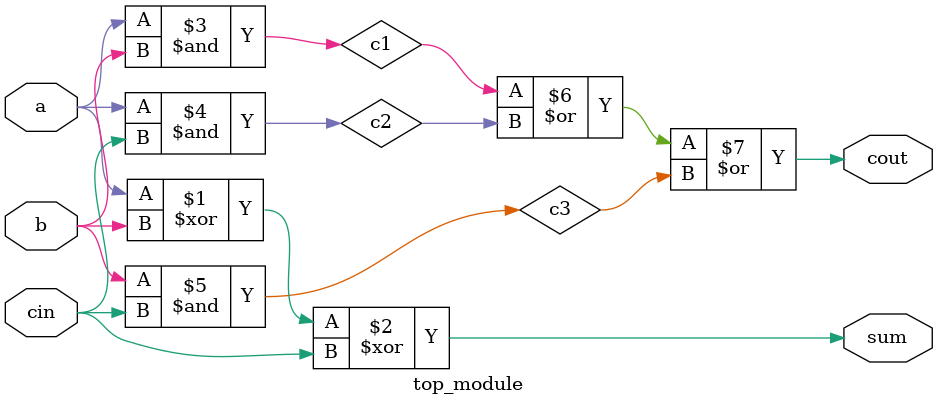
<source format=sv>
module top_module (
    input a,
    input b,
    input cin,
    output cout,
    output sum
);

    wire c1, c2;

    // Half adder for sum
    xor (sum, a, b, cin);

    // Half adder for cout
    and (c1, a, b);
    and (c2, a, cin);
    and (c3, b, cin);
    or (cout, c1, c2, c3);

endmodule

</source>
